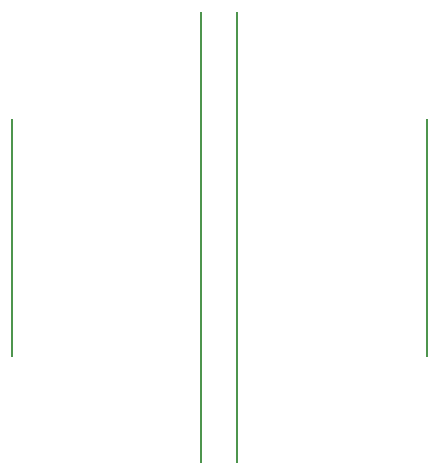
<source format=gbr>
%TF.GenerationSoftware,KiCad,Pcbnew,(6.0.4)*%
%TF.CreationDate,2022-05-15T06:43:47+02:00*%
%TF.ProjectId,battoota,62617474-6f6f-4746-912e-6b696361645f,v1.0.0*%
%TF.SameCoordinates,Original*%
%TF.FileFunction,Other,Comment*%
%FSLAX46Y46*%
G04 Gerber Fmt 4.6, Leading zero omitted, Abs format (unit mm)*
G04 Created by KiCad (PCBNEW (6.0.4)) date 2022-05-15 06:43:47*
%MOMM*%
%LPD*%
G01*
G04 APERTURE LIST*
%ADD10C,0.200000*%
G04 APERTURE END LIST*
D10*
%TO.C,REF\u002A\u002A*%
X102197220Y69091427D02*
X102197220Y107191427D01*
X105315684Y69118368D02*
X105315684Y107218368D01*
X121397220Y78141427D02*
X121397220Y98141427D01*
X86197220Y78141427D02*
X86197220Y98141427D01*
%TD*%
M02*

</source>
